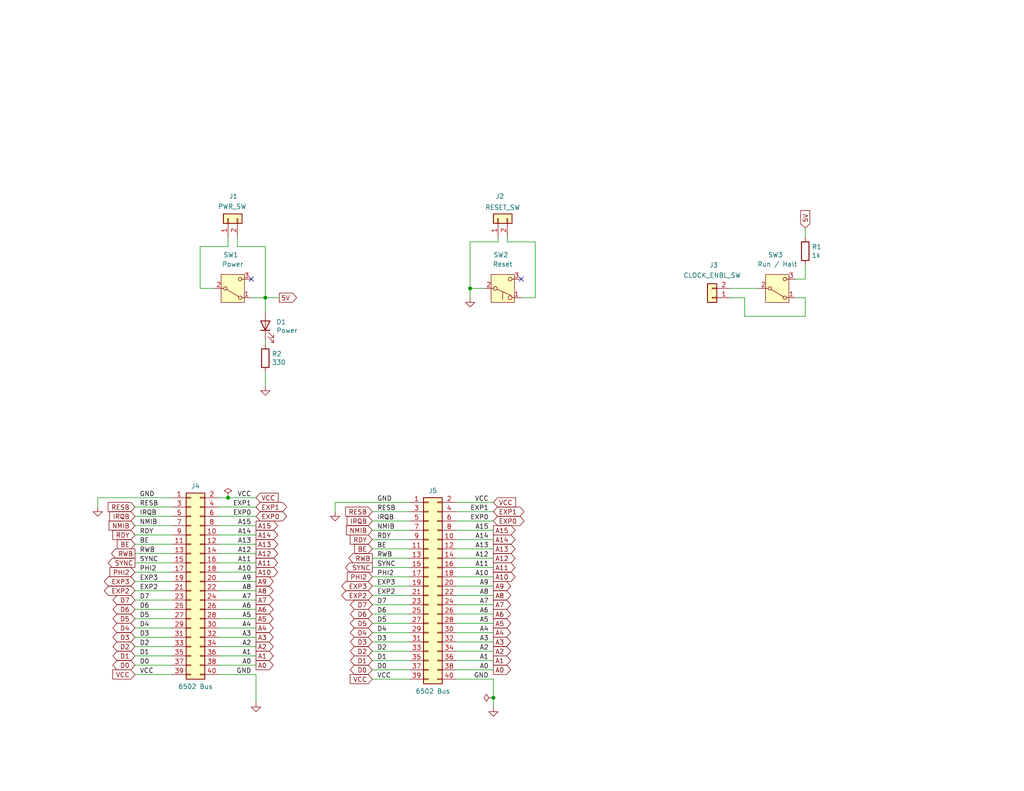
<source format=kicad_sch>
(kicad_sch (version 20231120) (generator "eeschema") (generator_version "8.0")
  (paper "USLetter")
  (title_block (title "6502 Front Panel") (date "2024-07-19") (rev "1.0") (company "A.C. Wright Design"))
  (lib_symbols
    (symbol "Connector_Generic:Conn_01x02" (pin_names (offset 1.016) hide)
      (property "Reference" "J" (at 0 2.54 0))
      (property "Value" "Conn_01x02" (at 0 -5.08 0))
      (symbol "Conn_01x02_1_1"
        (rectangle (start -1.27 -2.413) (end 0 -2.667) (stroke (width 0.1524)))
        (rectangle (start -1.27 0.127) (end 0 -0.127) (stroke (width 0.1524)))
        (rectangle (start -1.27 1.27) (end 1.27 -3.81) (stroke (width 0.254)) (fill (type background)))
        (pin passive line (at -5.08 0 0) (length 3.81) (name "Pin_1") (number "1"))
        (pin passive line (at -5.08 -2.54 0) (length 3.81) (name "Pin_2") (number "2"))
      )
    )
    (symbol "Connector_Generic:Conn_02x20_Odd_Even" (pin_names (offset 1.016) hide)
      (property "Reference" "J" (at 1.27 25.4 0))
      (property "Value" "Conn_02x20_Odd_Even" (at 1.27 -27.94 0))
      (symbol "Conn_02x20_Odd_Even_1_1"
        (rectangle (start -1.27 -25.273) (end 0 -25.527) (stroke (width 0.1524)))
        (rectangle (start -1.27 -22.733) (end 0 -22.987) (stroke (width 0.1524)))
        (rectangle (start -1.27 -20.193) (end 0 -20.447) (stroke (width 0.1524)))
        (rectangle (start -1.27 -17.653) (end 0 -17.907) (stroke (width 0.1524)))
        (rectangle (start -1.27 -15.113) (end 0 -15.367) (stroke (width 0.1524)))
        (rectangle (start -1.27 -12.573) (end 0 -12.827) (stroke (width 0.1524)))
        (rectangle (start -1.27 -10.033) (end 0 -10.287) (stroke (width 0.1524)))
        (rectangle (start -1.27 -7.493) (end 0 -7.747) (stroke (width 0.1524)))
        (rectangle (start -1.27 -4.953) (end 0 -5.207) (stroke (width 0.1524)))
        (rectangle (start -1.27 -2.413) (end 0 -2.667) (stroke (width 0.1524)))
        (rectangle (start -1.27 0.127) (end 0 -0.127) (stroke (width 0.1524)))
        (rectangle (start -1.27 2.667) (end 0 2.413) (stroke (width 0.1524)))
        (rectangle (start -1.27 5.207) (end 0 4.953) (stroke (width 0.1524)))
        (rectangle (start -1.27 7.747) (end 0 7.493) (stroke (width 0.1524)))
        (rectangle (start -1.27 10.287) (end 0 10.033) (stroke (width 0.1524)))
        (rectangle (start -1.27 12.827) (end 0 12.573) (stroke (width 0.1524)))
        (rectangle (start -1.27 15.367) (end 0 15.113) (stroke (width 0.1524)))
        (rectangle (start -1.27 17.907) (end 0 17.653) (stroke (width 0.1524)))
        (rectangle (start -1.27 20.447) (end 0 20.193) (stroke (width 0.1524)))
        (rectangle (start -1.27 22.987) (end 0 22.733) (stroke (width 0.1524)))
        (rectangle (start -1.27 24.13) (end 3.81 -26.67) (stroke (width 0.254)) (fill (type background)))
        (rectangle (start 3.81 -25.273) (end 2.54 -25.527) (stroke (width 0.1524)))
        (rectangle (start 3.81 -22.733) (end 2.54 -22.987) (stroke (width 0.1524)))
        (rectangle (start 3.81 -20.193) (end 2.54 -20.447) (stroke (width 0.1524)))
        (rectangle (start 3.81 -17.653) (end 2.54 -17.907) (stroke (width 0.1524)))
        (rectangle (start 3.81 -15.113) (end 2.54 -15.367) (stroke (width 0.1524)))
        (rectangle (start 3.81 -12.573) (end 2.54 -12.827) (stroke (width 0.1524)))
        (rectangle (start 3.81 -10.033) (end 2.54 -10.287) (stroke (width 0.1524)))
        (rectangle (start 3.81 -7.493) (end 2.54 -7.747) (stroke (width 0.1524)))
        (rectangle (start 3.81 -4.953) (end 2.54 -5.207) (stroke (width 0.1524)))
        (rectangle (start 3.81 -2.413) (end 2.54 -2.667) (stroke (width 0.1524)))
        (rectangle (start 3.81 0.127) (end 2.54 -0.127) (stroke (width 0.1524)))
        (rectangle (start 3.81 2.667) (end 2.54 2.413) (stroke (width 0.1524)))
        (rectangle (start 3.81 5.207) (end 2.54 4.953) (stroke (width 0.1524)))
        (rectangle (start 3.81 7.747) (end 2.54 7.493) (stroke (width 0.1524)))
        (rectangle (start 3.81 10.287) (end 2.54 10.033) (stroke (width 0.1524)))
        (rectangle (start 3.81 12.827) (end 2.54 12.573) (stroke (width 0.1524)))
        (rectangle (start 3.81 15.367) (end 2.54 15.113) (stroke (width 0.1524)))
        (rectangle (start 3.81 17.907) (end 2.54 17.653) (stroke (width 0.1524)))
        (rectangle (start 3.81 20.447) (end 2.54 20.193) (stroke (width 0.1524)))
        (rectangle (start 3.81 22.987) (end 2.54 22.733) (stroke (width 0.1524)))
        (pin passive line (at -5.08 22.86 0) (length 3.81) (name "Pin_1") (number "1"))
        (pin passive line (at 7.62 12.7 180) (length 3.81) (name "Pin_10") (number "10"))
        (pin passive line (at -5.08 10.16 0) (length 3.81) (name "Pin_11") (number "11"))
        (pin passive line (at 7.62 10.16 180) (length 3.81) (name "Pin_12") (number "12"))
        (pin passive line (at -5.08 7.62 0) (length 3.81) (name "Pin_13") (number "13"))
        (pin passive line (at 7.62 7.62 180) (length 3.81) (name "Pin_14") (number "14"))
        (pin passive line (at -5.08 5.08 0) (length 3.81) (name "Pin_15") (number "15"))
        (pin passive line (at 7.62 5.08 180) (length 3.81) (name "Pin_16") (number "16"))
        (pin passive line (at -5.08 2.54 0) (length 3.81) (name "Pin_17") (number "17"))
        (pin passive line (at 7.62 2.54 180) (length 3.81) (name "Pin_18") (number "18"))
        (pin passive line (at -5.08 0 0) (length 3.81) (name "Pin_19") (number "19"))
        (pin passive line (at 7.62 22.86 180) (length 3.81) (name "Pin_2") (number "2"))
        (pin passive line (at 7.62 0 180) (length 3.81) (name "Pin_20") (number "20"))
        (pin passive line (at -5.08 -2.54 0) (length 3.81) (name "Pin_21") (number "21"))
        (pin passive line (at 7.62 -2.54 180) (length 3.81) (name "Pin_22") (number "22"))
        (pin passive line (at -5.08 -5.08 0) (length 3.81) (name "Pin_23") (number "23"))
        (pin passive line (at 7.62 -5.08 180) (length 3.81) (name "Pin_24") (number "24"))
        (pin passive line (at -5.08 -7.62 0) (length 3.81) (name "Pin_25") (number "25"))
        (pin passive line (at 7.62 -7.62 180) (length 3.81) (name "Pin_26") (number "26"))
        (pin passive line (at -5.08 -10.16 0) (length 3.81) (name "Pin_27") (number "27"))
        (pin passive line (at 7.62 -10.16 180) (length 3.81) (name "Pin_28") (number "28"))
        (pin passive line (at -5.08 -12.7 0) (length 3.81) (name "Pin_29") (number "29"))
        (pin passive line (at -5.08 20.32 0) (length 3.81) (name "Pin_3") (number "3"))
        (pin passive line (at 7.62 -12.7 180) (length 3.81) (name "Pin_30") (number "30"))
        (pin passive line (at -5.08 -15.24 0) (length 3.81) (name "Pin_31") (number "31"))
        (pin passive line (at 7.62 -15.24 180) (length 3.81) (name "Pin_32") (number "32"))
        (pin passive line (at -5.08 -17.78 0) (length 3.81) (name "Pin_33") (number "33"))
        (pin passive line (at 7.62 -17.78 180) (length 3.81) (name "Pin_34") (number "34"))
        (pin passive line (at -5.08 -20.32 0) (length 3.81) (name "Pin_35") (number "35"))
        (pin passive line (at 7.62 -20.32 180) (length 3.81) (name "Pin_36") (number "36"))
        (pin passive line (at -5.08 -22.86 0) (length 3.81) (name "Pin_37") (number "37"))
        (pin passive line (at 7.62 -22.86 180) (length 3.81) (name "Pin_38") (number "38"))
        (pin passive line (at -5.08 -25.4 0) (length 3.81) (name "Pin_39") (number "39"))
        (pin passive line (at 7.62 20.32 180) (length 3.81) (name "Pin_4") (number "4"))
        (pin passive line (at 7.62 -25.4 180) (length 3.81) (name "Pin_40") (number "40"))
        (pin passive line (at -5.08 17.78 0) (length 3.81) (name "Pin_5") (number "5"))
        (pin passive line (at 7.62 17.78 180) (length 3.81) (name "Pin_6") (number "6"))
        (pin passive line (at -5.08 15.24 0) (length 3.81) (name "Pin_7") (number "7"))
        (pin passive line (at 7.62 15.24 180) (length 3.81) (name "Pin_8") (number "8"))
        (pin passive line (at -5.08 12.7 0) (length 3.81) (name "Pin_9") (number "9"))
      )
    )
    (symbol "Device:LED" (pin_numbers hide) (pin_names (offset 1.016) hide)
      (property "Reference" "D" (at 0 2.54 0))
      (property "Value" "LED" (at 0 -2.54 0))
      (symbol "LED_0_1"
        (polyline (pts (xy -1.27 -1.27) (xy -1.27 1.27)) (stroke (width 0.254)))
        (polyline (pts (xy -1.27 0) (xy 1.27 0)))
        (polyline (pts (xy 1.27 -1.27) (xy 1.27 1.27) (xy -1.27 0) (xy 1.27 -1.27)) (stroke (width 0.254)))
        (polyline (pts (xy -3.048 -0.762) (xy -4.572 -2.286) (xy -3.81 -2.286) (xy -4.572 -2.286) (xy -4.572 -1.524)))
        (polyline (pts (xy -1.778 -0.762) (xy -3.302 -2.286) (xy -2.54 -2.286) (xy -3.302 -2.286) (xy -3.302 -1.524)))
      )
      (symbol "LED_1_1"
        (pin passive line (at -3.81 0 0) (length 2.54) (name "K") (number "1"))
        (pin passive line (at 3.81 0 180) (length 2.54) (name "A") (number "2"))
      )
    )
    (symbol "Device:R" (pin_numbers hide) (pin_names (offset 0))
      (property "Reference" "R" (at 2.032 0 90))
      (property "Value" "R" (at 0 0 90))
      (symbol "R_0_1"
        (rectangle (start -1.016 -2.54) (end 1.016 2.54) (stroke (width 0.254)))
      )
      (symbol "R_1_1"
        (pin passive line (at 0 3.81 270) (length 1.27) (name "~") (number "1"))
        (pin passive line (at 0 -3.81 90) (length 1.27) (name "~") (number "2"))
      )
    )
    (symbol "Switch:SW_Push_SPDT" (pin_names (offset 0) hide)
      (property "Reference" "SW" (at 0 5.08 0))
      (property "Value" "SW_Push_SPDT" (at 0 -5.08 0))
      (symbol "SW_Push_SPDT_0_0"
        (circle (center -2.032 0) (radius 0.508))
        (polyline (pts (xy 0 1.016) (xy 0 3.048)))
        (circle (center 2.032 -2.54) (radius 0.508))
      )
      (symbol "SW_Push_SPDT_0_1"
        (polyline (pts (xy -1.524 0.2032) (xy 2.3368 1.9812)))
        (circle (center 2.032 2.54) (radius 0.508))
      )
      (symbol "SW_Push_SPDT_1_1"
        (rectangle (start -3.175 3.81) (end 3.175 -3.81) (fill (type background)))
        (pin passive line (at 5.08 2.54 180) (length 2.54) (name "A") (number "1"))
        (pin passive line (at -5.08 0 0) (length 2.54) (name "B") (number "2"))
        (pin passive line (at 5.08 -2.54 180) (length 2.54) (name "C") (number "3"))
      )
    )
    (symbol "Switch:SW_SPDT" (pin_names (offset 0) hide)
      (property "Reference" "SW" (at 0 5.08 0))
      (property "Value" "SW_SPDT" (at 0 -5.08 0))
      (symbol "SW_SPDT_0_1"
        (circle (center -2.032 0) (radius 0.4572))
        (polyline (pts (xy -1.651 0.254) (xy 1.651 2.286)))
        (circle (center 2.032 -2.54) (radius 0.4572))
        (circle (center 2.032 2.54) (radius 0.4572))
      )
      (symbol "SW_SPDT_1_1"
        (rectangle (start -3.175 3.81) (end 3.175 -3.81) (fill (type background)))
        (pin passive line (at 5.08 2.54 180) (length 2.54) (name "A") (number "1"))
        (pin passive line (at -5.08 0 0) (length 2.54) (name "B") (number "2"))
        (pin passive line (at 5.08 -2.54 180) (length 2.54) (name "C") (number "3"))
      )
    )
    (symbol "power:GND" (power) (pin_numbers hide) (pin_names (offset 0) hide)
      (property "Value" "GND" (at 0 -3.81 0))
      (symbol "GND_0_1"
        (polyline (pts (xy 0 0) (xy 0 -1.27) (xy 1.27 -1.27) (xy 0 -2.54) (xy -1.27 -1.27) (xy 0 -1.27)))
      )
      (symbol "GND_1_1"
        (pin power_in line (at 0 0 270) (length 0) (name "~") (number "1"))
      )
    )
    (symbol "power:PWR_FLAG" (power) (pin_numbers hide) (pin_names (offset 0) hide)
      (property "Value" "PWR_FLAG" (at 0 3.81 0))
      (symbol "PWR_FLAG_0_0"
        (pin power_out line (at 0 0 90) (length 0) (name "~") (number "1"))
      )
      (symbol "PWR_FLAG_0_1"
        (polyline (pts (xy 0 0) (xy 0 1.27) (xy -1.016 1.905) (xy 0 2.54) (xy 1.016 1.905) (xy 0 1.27)))
      )
    )
  )
  (junction (at 128.27 78.74))
  (junction (at 62.23 135.89))
  (junction (at 134.62 190.5))
  (junction (at 72.39 81.28))
  (no_connect (at 142.24 76.2))
  (no_connect (at 68.58 76.2))
  (wire (pts (xy 59.69 143.51) (xy 69.85 143.51)))
  (wire (pts (xy 203.2 81.28) (xy 203.2 86.36)))
  (wire (pts (xy 134.62 177.8) (xy 124.46 177.8)))
  (wire (pts (xy 46.99 153.67) (xy 36.83 153.67)))
  (wire (pts (xy 111.76 165.1) (xy 101.6 165.1)))
  (wire (pts (xy 69.85 161.29) (xy 59.69 161.29)))
  (wire (pts (xy 62.23 67.31) (xy 54.61 67.31)))
  (wire (pts (xy 124.46 137.16) (xy 134.62 137.16)))
  (wire (pts (xy 135.89 66.04) (xy 128.27 66.04)))
  (wire (pts (xy 124.46 170.18) (xy 134.62 170.18)))
  (wire (pts (xy 69.85 151.13) (xy 59.69 151.13)))
  (wire (pts (xy 91.44 139.7) (xy 91.44 137.16)))
  (wire (pts (xy 59.69 158.75) (xy 69.85 158.75)))
  (wire (pts (xy 46.99 168.91) (xy 36.83 168.91)))
  (wire (pts (xy 46.99 148.59) (xy 36.83 148.59)))
  (wire (pts (xy 46.99 158.75) (xy 36.83 158.75)))
  (wire (pts (xy 111.76 175.26) (xy 101.6 175.26)))
  (wire (pts (xy 101.6 152.4) (xy 111.76 152.4)))
  (wire (pts (xy 59.69 184.15) (xy 69.85 184.15)))
  (wire (pts (xy 36.83 181.61) (xy 46.99 181.61)))
  (wire (pts (xy 72.39 81.28) (xy 72.39 85.09)))
  (wire (pts (xy 101.6 162.56) (xy 111.76 162.56)))
  (wire (pts (xy 26.67 135.89) (xy 46.99 135.89)))
  (wire (pts (xy 101.6 139.7) (xy 111.76 139.7)))
  (wire (pts (xy 134.62 152.4) (xy 124.46 152.4)))
  (wire (pts (xy 36.83 156.21) (xy 46.99 156.21)))
  (wire (pts (xy 111.76 154.94) (xy 101.6 154.94)))
  (wire (pts (xy 101.6 185.42) (xy 111.76 185.42)))
  (wire (pts (xy 26.67 138.43) (xy 26.67 135.89)))
  (wire (pts (xy 54.61 67.31) (xy 54.61 78.74)))
  (wire (pts (xy 219.71 86.36) (xy 219.71 81.28)))
  (wire (pts (xy 111.76 160.02) (xy 101.6 160.02)))
  (wire (pts (xy 101.6 144.78) (xy 111.76 144.78)))
  (wire (pts (xy 59.69 168.91) (xy 69.85 168.91)))
  (wire (pts (xy 36.83 140.97) (xy 46.99 140.97)))
  (wire (pts (xy 59.69 138.43) (xy 69.85 138.43)))
  (wire (pts (xy 199.39 78.74) (xy 207.01 78.74)))
  (wire (pts (xy 128.27 78.74) (xy 128.27 81.28)))
  (wire (pts (xy 199.39 81.28) (xy 203.2 81.28)))
  (wire (pts (xy 135.89 64.77) (xy 135.89 66.04)))
  (wire (pts (xy 146.05 66.04) (xy 146.05 81.28)))
  (wire (pts (xy 134.62 162.56) (xy 124.46 162.56)))
  (wire (pts (xy 134.62 147.32) (xy 124.46 147.32)))
  (wire (pts (xy 62.23 64.77) (xy 62.23 67.31)))
  (wire (pts (xy 64.77 67.31) (xy 72.39 67.31)))
  (wire (pts (xy 72.39 92.71) (xy 72.39 93.98)))
  (wire (pts (xy 46.99 163.83) (xy 36.83 163.83)))
  (wire (pts (xy 124.46 149.86) (xy 134.62 149.86)))
  (wire (pts (xy 142.24 81.28) (xy 146.05 81.28)))
  (wire (pts (xy 59.69 173.99) (xy 69.85 173.99)))
  (wire (pts (xy 72.39 81.28) (xy 76.2 81.28)))
  (wire (pts (xy 134.62 167.64) (xy 124.46 167.64)))
  (wire (pts (xy 36.83 143.51) (xy 46.99 143.51)))
  (wire (pts (xy 124.46 139.7) (xy 134.62 139.7)))
  (wire (pts (xy 36.83 176.53) (xy 46.99 176.53)))
  (wire (pts (xy 72.39 101.6) (xy 72.39 105.41)))
  (wire (pts (xy 134.62 190.5) (xy 134.62 193.04)))
  (wire (pts (xy 69.85 181.61) (xy 59.69 181.61)))
  (wire (pts (xy 69.85 176.53) (xy 59.69 176.53)))
  (wire (pts (xy 36.83 138.43) (xy 46.99 138.43)))
  (wire (pts (xy 36.83 146.05) (xy 46.99 146.05)))
  (wire (pts (xy 124.46 175.26) (xy 134.62 175.26)))
  (wire (pts (xy 219.71 76.2) (xy 217.17 76.2)))
  (wire (pts (xy 138.43 66.04) (xy 146.05 66.04)))
  (wire (pts (xy 36.83 171.45) (xy 46.99 171.45)))
  (wire (pts (xy 46.99 173.99) (xy 36.83 173.99)))
  (wire (pts (xy 124.46 165.1) (xy 134.62 165.1)))
  (wire (pts (xy 124.46 144.78) (xy 134.62 144.78)))
  (wire (pts (xy 36.83 184.15) (xy 46.99 184.15)))
  (wire (pts (xy 64.77 64.77) (xy 64.77 67.31)))
  (wire (pts (xy 59.69 135.89) (xy 62.23 135.89)))
  (wire (pts (xy 69.85 156.21) (xy 59.69 156.21)))
  (wire (pts (xy 124.46 180.34) (xy 134.62 180.34)))
  (wire (pts (xy 101.6 142.24) (xy 111.76 142.24)))
  (wire (pts (xy 46.99 179.07) (xy 36.83 179.07)))
  (wire (pts (xy 69.85 146.05) (xy 59.69 146.05)))
  (wire (pts (xy 134.62 172.72) (xy 124.46 172.72)))
  (wire (pts (xy 111.76 149.86) (xy 101.6 149.86)))
  (wire (pts (xy 36.83 151.13) (xy 46.99 151.13)))
  (wire (pts (xy 219.71 62.23) (xy 219.71 64.77)))
  (wire (pts (xy 62.23 135.89) (xy 69.85 135.89)))
  (wire (pts (xy 101.6 147.32) (xy 111.76 147.32)))
  (wire (pts (xy 59.69 179.07) (xy 69.85 179.07)))
  (wire (pts (xy 68.58 81.28) (xy 72.39 81.28)))
  (wire (pts (xy 101.6 172.72) (xy 111.76 172.72)))
  (wire (pts (xy 134.62 142.24) (xy 124.46 142.24)))
  (wire (pts (xy 69.85 166.37) (xy 59.69 166.37)))
  (wire (pts (xy 219.71 72.39) (xy 219.71 76.2)))
  (wire (pts (xy 128.27 66.04) (xy 128.27 78.74)))
  (wire (pts (xy 91.44 137.16) (xy 111.76 137.16)))
  (wire (pts (xy 72.39 67.31) (xy 72.39 81.28)))
  (wire (pts (xy 124.46 185.42) (xy 134.62 185.42)))
  (wire (pts (xy 101.6 157.48) (xy 111.76 157.48)))
  (wire (pts (xy 203.2 86.36) (xy 219.71 86.36)))
  (wire (pts (xy 69.85 184.15) (xy 69.85 191.77)))
  (wire (pts (xy 134.62 182.88) (xy 124.46 182.88)))
  (wire (pts (xy 59.69 163.83) (xy 69.85 163.83)))
  (wire (pts (xy 69.85 140.97) (xy 59.69 140.97)))
  (wire (pts (xy 219.71 81.28) (xy 217.17 81.28)))
  (wire (pts (xy 134.62 157.48) (xy 124.46 157.48)))
  (wire (pts (xy 111.76 170.18) (xy 101.6 170.18)))
  (wire (pts (xy 128.27 78.74) (xy 132.08 78.74)))
  (wire (pts (xy 124.46 154.94) (xy 134.62 154.94)))
  (wire (pts (xy 59.69 153.67) (xy 69.85 153.67)))
  (wire (pts (xy 124.46 160.02) (xy 134.62 160.02)))
  (wire (pts (xy 54.61 78.74) (xy 58.42 78.74)))
  (wire (pts (xy 134.62 185.42) (xy 134.62 190.5)))
  (wire (pts (xy 101.6 167.64) (xy 111.76 167.64)))
  (wire (pts (xy 69.85 171.45) (xy 59.69 171.45)))
  (wire (pts (xy 36.83 161.29) (xy 46.99 161.29)))
  (wire (pts (xy 111.76 180.34) (xy 101.6 180.34)))
  (wire (pts (xy 59.69 148.59) (xy 69.85 148.59)))
  (wire (pts (xy 101.6 182.88) (xy 111.76 182.88)))
  (wire (pts (xy 36.83 166.37) (xy 46.99 166.37)))
  (wire (pts (xy 101.6 177.8) (xy 111.76 177.8)))
  (wire (pts (xy 138.43 64.77) (xy 138.43 66.04)))
  (label "SYNC" (at 102.87 154.94 0))
  (label "BE" (at 38.1 148.59 0))
  (label "A15" (at 68.58 143.51 180))
  (label "EXP1" (at 68.58 138.43 180))
  (label "A4" (at 68.58 171.45 180))
  (label "D1" (at 102.87 180.34 0))
  (label "D5" (at 102.87 170.18 0))
  (label "NMIB" (at 102.87 144.78 0))
  (label "EXP2" (at 102.87 162.56 0))
  (label "D4" (at 38.1 171.45 0))
  (label "RESB" (at 38.1 138.43 0))
  (label "A15" (at 133.35 144.78 180))
  (label "A0" (at 68.58 181.61 180))
  (label "EXP3" (at 38.1 158.75 0))
  (label "A11" (at 133.35 154.94 180))
  (label "A1" (at 133.35 180.34 180))
  (label "VCC" (at 102.87 185.42 0))
  (label "PHI2" (at 38.1 156.21 0))
  (label "EXP2" (at 38.1 161.29 0))
  (label "RDY" (at 38.1 146.05 0))
  (label "D4" (at 102.87 172.72 0))
  (label "RDY" (at 102.87 147.32 0))
  (label "A9" (at 68.58 158.75 180))
  (label "A14" (at 68.58 146.05 180))
  (label "IRQB" (at 38.1 140.97 0))
  (label "D7" (at 38.1 163.83 0))
  (label "D7" (at 102.87 165.1 0))
  (label "A1" (at 68.58 179.07 180))
  (label "D0" (at 102.87 182.88 0))
  (label "A3" (at 68.58 173.99 180))
  (label "VCC" (at 38.1 184.15 0))
  (label "A7" (at 133.35 165.1 180))
  (label "RESB" (at 102.87 139.7 0))
  (label "A6" (at 68.58 166.37 180))
  (label "EXP3" (at 102.87 160.02 0))
  (label "D1" (at 38.1 179.07 0))
  (label "A9" (at 133.35 160.02 180))
  (label "D6" (at 102.87 167.64 0))
  (label "A12" (at 133.35 152.4 180))
  (label "BE" (at 102.87 149.86 0))
  (label "IRQB" (at 102.87 142.24 0))
  (label "A5" (at 133.35 170.18 180))
  (label "SYNC" (at 38.1 153.67 0))
  (label "A8" (at 133.35 162.56 180))
  (label "D0" (at 38.1 181.61 0))
  (label "A12" (at 68.58 151.13 180))
  (label "A2" (at 68.58 176.53 180))
  (label "GND" (at 102.87 137.16 0))
  (label "A13" (at 68.58 148.59 180))
  (label "A0" (at 133.35 182.88 180))
  (label "PHI2" (at 102.87 157.48 0))
  (label "A6" (at 133.35 167.64 180))
  (label "A11" (at 68.58 153.67 180))
  (label "D3" (at 38.1 173.99 0))
  (label "VCC" (at 133.35 137.16 180))
  (label "NMIB" (at 38.1 143.51 0))
  (label "A10" (at 68.58 156.21 180))
  (label "A7" (at 68.58 163.83 180))
  (label "D2" (at 102.87 177.8 0))
  (label "RWB" (at 102.87 152.4 0))
  (label "A3" (at 133.35 175.26 180))
  (label "VCC" (at 68.58 135.89 180))
  (label "GND" (at 38.1 135.89 0))
  (label "GND" (at 68.58 184.15 180))
  (label "A5" (at 68.58 168.91 180))
  (label "A10" (at 133.35 157.48 180))
  (label "RWB" (at 38.1 151.13 0))
  (label "EXP0" (at 68.58 140.97 180))
  (label "D2" (at 38.1 176.53 0))
  (label "A4" (at 133.35 172.72 180))
  (label "A14" (at 133.35 147.32 180))
  (label "D3" (at 102.87 175.26 0))
  (label "GND" (at 133.35 185.42 180))
  (label "A13" (at 133.35 149.86 180))
  (label "A2" (at 133.35 177.8 180))
  (label "EXP1" (at 133.35 139.7 180))
  (label "D6" (at 38.1 166.37 0))
  (label "A8" (at 68.58 161.29 180))
  (label "D5" (at 38.1 168.91 0))
  (label "EXP0" (at 133.35 142.24 180))
  (global_label "A10" (shape output) (at 69.85 156.21 0) (property "Intersheetrefs" "${INTERSHEET_REFS}" (effects (hide yes))))
  (global_label "A11" (shape output) (at 69.85 153.67 0) (property "Intersheetrefs" "${INTERSHEET_REFS}" (effects (hide yes))))
  (global_label "A12" (shape output) (at 69.85 151.13 0) (property "Intersheetrefs" "${INTERSHEET_REFS}" (effects (hide yes))))
  (global_label "A13" (shape output) (at 69.85 148.59 0) (property "Intersheetrefs" "${INTERSHEET_REFS}" (effects (hide yes))))
  (global_label "A1" (shape output) (at 134.62 180.34 0) (property "Intersheetrefs" "${INTERSHEET_REFS}" (effects (hide yes))))
  (global_label "D5" (shape bidirectional) (at 36.83 168.91 180) (property "Intersheetrefs" "${INTERSHEET_REFS}" (effects (hide yes))))
  (global_label "A6" (shape output) (at 69.85 166.37 0) (property "Intersheetrefs" "${INTERSHEET_REFS}" (effects (hide yes))))
  (global_label "A5" (shape output) (at 134.62 170.18 0) (property "Intersheetrefs" "${INTERSHEET_REFS}" (effects (hide yes))))
  (global_label "5V" (shape input) (at 219.71 62.23 90) (property "Intersheetrefs" "${INTERSHEET_REFS}" (effects (hide yes))))
  (global_label "PHI2" (shape input) (at 36.83 156.21 180) (property "Intersheetrefs" "${INTERSHEET_REFS}" (effects (hide yes))))
  (global_label "EXP2" (shape bidirectional) (at 101.6 162.56 180) (property "Intersheetrefs" "${INTERSHEET_REFS}" (effects (hide yes))))
  (global_label "RESB" (shape input) (at 36.83 138.43 180) (property "Intersheetrefs" "${INTERSHEET_REFS}" (effects (hide yes))))
  (global_label "A12" (shape output) (at 134.62 152.4 0) (property "Intersheetrefs" "${INTERSHEET_REFS}" (effects (hide yes))))
  (global_label "EXP0" (shape bidirectional) (at 69.85 140.97 0) (property "Intersheetrefs" "${INTERSHEET_REFS}" (effects (hide yes))))
  (global_label "D3" (shape bidirectional) (at 36.83 173.99 180) (property "Intersheetrefs" "${INTERSHEET_REFS}" (effects (hide yes))))
  (global_label "D1" (shape bidirectional) (at 101.6 180.34 180) (property "Intersheetrefs" "${INTERSHEET_REFS}" (effects (hide yes))))
  (global_label "EXP1" (shape bidirectional) (at 134.62 139.7 0) (property "Intersheetrefs" "${INTERSHEET_REFS}" (effects (hide yes))))
  (global_label "RESB" (shape input) (at 101.6 139.7 180) (property "Intersheetrefs" "${INTERSHEET_REFS}" (effects (hide yes))))
  (global_label "D7" (shape bidirectional) (at 101.6 165.1 180) (property "Intersheetrefs" "${INTERSHEET_REFS}" (effects (hide yes))))
  (global_label "D6" (shape bidirectional) (at 101.6 167.64 180) (property "Intersheetrefs" "${INTERSHEET_REFS}" (effects (hide yes))))
  (global_label "A0" (shape output) (at 134.62 182.88 0) (property "Intersheetrefs" "${INTERSHEET_REFS}" (effects (hide yes))))
  (global_label "EXP0" (shape bidirectional) (at 134.62 142.24 0) (property "Intersheetrefs" "${INTERSHEET_REFS}" (effects (hide yes))))
  (global_label "A1" (shape output) (at 69.85 179.07 0) (property "Intersheetrefs" "${INTERSHEET_REFS}" (effects (hide yes))))
  (global_label "BE" (shape input) (at 101.6 149.86 180) (property "Intersheetrefs" "${INTERSHEET_REFS}" (effects (hide yes))))
  (global_label "D4" (shape bidirectional) (at 36.83 171.45 180) (property "Intersheetrefs" "${INTERSHEET_REFS}" (effects (hide yes))))
  (global_label "PHI2" (shape input) (at 101.6 157.48 180) (property "Intersheetrefs" "${INTERSHEET_REFS}" (effects (hide yes))))
  (global_label "VCC" (shape input) (at 69.85 135.89 0) (property "Intersheetrefs" "${INTERSHEET_REFS}" (effects (hide yes))))
  (global_label "IRQB" (shape input) (at 101.6 142.24 180) (property "Intersheetrefs" "${INTERSHEET_REFS}" (effects (hide yes))))
  (global_label "NMIB" (shape input) (at 36.83 143.51 180) (property "Intersheetrefs" "${INTERSHEET_REFS}" (effects (hide yes))))
  (global_label "RWB" (shape output) (at 36.83 151.13 180) (property "Intersheetrefs" "${INTERSHEET_REFS}" (effects (hide yes))))
  (global_label "D1" (shape bidirectional) (at 36.83 179.07 180) (property "Intersheetrefs" "${INTERSHEET_REFS}" (effects (hide yes))))
  (global_label "A9" (shape output) (at 134.62 160.02 0) (property "Intersheetrefs" "${INTERSHEET_REFS}" (effects (hide yes))))
  (global_label "A2" (shape output) (at 134.62 177.8 0) (property "Intersheetrefs" "${INTERSHEET_REFS}" (effects (hide yes))))
  (global_label "A13" (shape output) (at 134.62 149.86 0) (property "Intersheetrefs" "${INTERSHEET_REFS}" (effects (hide yes))))
  (global_label "A3" (shape output) (at 134.62 175.26 0) (property "Intersheetrefs" "${INTERSHEET_REFS}" (effects (hide yes))))
  (global_label "D4" (shape bidirectional) (at 101.6 172.72 180) (property "Intersheetrefs" "${INTERSHEET_REFS}" (effects (hide yes))))
  (global_label "A14" (shape output) (at 69.85 146.05 0) (property "Intersheetrefs" "${INTERSHEET_REFS}" (effects (hide yes))))
  (global_label "BE" (shape input) (at 36.83 148.59 180) (property "Intersheetrefs" "${INTERSHEET_REFS}" (effects (hide yes))))
  (global_label "D2" (shape bidirectional) (at 101.6 177.8 180) (property "Intersheetrefs" "${INTERSHEET_REFS}" (effects (hide yes))))
  (global_label "A8" (shape output) (at 134.62 162.56 0) (property "Intersheetrefs" "${INTERSHEET_REFS}" (effects (hide yes))))
  (global_label "A15" (shape output) (at 69.85 143.51 0) (property "Intersheetrefs" "${INTERSHEET_REFS}" (effects (hide yes))))
  (global_label "D5" (shape bidirectional) (at 101.6 170.18 180) (property "Intersheetrefs" "${INTERSHEET_REFS}" (effects (hide yes))))
  (global_label "A15" (shape output) (at 134.62 144.78 0) (property "Intersheetrefs" "${INTERSHEET_REFS}" (effects (hide yes))))
  (global_label "A7" (shape output) (at 69.85 163.83 0) (property "Intersheetrefs" "${INTERSHEET_REFS}" (effects (hide yes))))
  (global_label "RDY" (shape input) (at 36.83 146.05 180) (property "Intersheetrefs" "${INTERSHEET_REFS}" (effects (hide yes))))
  (global_label "EXP3" (shape bidirectional) (at 101.6 160.02 180) (property "Intersheetrefs" "${INTERSHEET_REFS}" (effects (hide yes))))
  (global_label "D6" (shape bidirectional) (at 36.83 166.37 180) (property "Intersheetrefs" "${INTERSHEET_REFS}" (effects (hide yes))))
  (global_label "5V" (shape output) (at 76.2 81.28 0) (property "Intersheetrefs" "${INTERSHEET_REFS}" (effects (hide yes))))
  (global_label "NMIB" (shape input) (at 101.6 144.78 180) (property "Intersheetrefs" "${INTERSHEET_REFS}" (effects (hide yes))))
  (global_label "A0" (shape output) (at 69.85 181.61 0) (property "Intersheetrefs" "${INTERSHEET_REFS}" (effects (hide yes))))
  (global_label "D3" (shape bidirectional) (at 101.6 175.26 180) (property "Intersheetrefs" "${INTERSHEET_REFS}" (effects (hide yes))))
  (global_label "A10" (shape output) (at 134.62 157.48 0) (property "Intersheetrefs" "${INTERSHEET_REFS}" (effects (hide yes))))
  (global_label "A4" (shape output) (at 134.62 172.72 0) (property "Intersheetrefs" "${INTERSHEET_REFS}" (effects (hide yes))))
  (global_label "EXP2" (shape bidirectional) (at 36.83 161.29 180) (property "Intersheetrefs" "${INTERSHEET_REFS}" (effects (hide yes))))
  (global_label "SYNC" (shape output) (at 36.83 153.67 180) (property "Intersheetrefs" "${INTERSHEET_REFS}" (effects (hide yes))))
  (global_label "D2" (shape bidirectional) (at 36.83 176.53 180) (property "Intersheetrefs" "${INTERSHEET_REFS}" (effects (hide yes))))
  (global_label "D7" (shape bidirectional) (at 36.83 163.83 180) (property "Intersheetrefs" "${INTERSHEET_REFS}" (effects (hide yes))))
  (global_label "A3" (shape output) (at 69.85 173.99 0) (property "Intersheetrefs" "${INTERSHEET_REFS}" (effects (hide yes))))
  (global_label "RDY" (shape input) (at 101.6 147.32 180) (property "Intersheetrefs" "${INTERSHEET_REFS}" (effects (hide yes))))
  (global_label "A9" (shape output) (at 69.85 158.75 0) (property "Intersheetrefs" "${INTERSHEET_REFS}" (effects (hide yes))))
  (global_label "SYNC" (shape output) (at 101.6 154.94 180) (property "Intersheetrefs" "${INTERSHEET_REFS}" (effects (hide yes))))
  (global_label "A5" (shape output) (at 69.85 168.91 0) (property "Intersheetrefs" "${INTERSHEET_REFS}" (effects (hide yes))))
  (global_label "A11" (shape output) (at 134.62 154.94 0) (property "Intersheetrefs" "${INTERSHEET_REFS}" (effects (hide yes))))
  (global_label "A2" (shape output) (at 69.85 176.53 0) (property "Intersheetrefs" "${INTERSHEET_REFS}" (effects (hide yes))))
  (global_label "A6" (shape output) (at 134.62 167.64 0) (property "Intersheetrefs" "${INTERSHEET_REFS}" (effects (hide yes))))
  (global_label "VCC" (shape input) (at 101.6 185.42 180) (property "Intersheetrefs" "${INTERSHEET_REFS}" (effects (hide yes))))
  (global_label "A14" (shape output) (at 134.62 147.32 0) (property "Intersheetrefs" "${INTERSHEET_REFS}" (effects (hide yes))))
  (global_label "IRQB" (shape input) (at 36.83 140.97 180) (property "Intersheetrefs" "${INTERSHEET_REFS}" (effects (hide yes))))
  (global_label "A4" (shape output) (at 69.85 171.45 0) (property "Intersheetrefs" "${INTERSHEET_REFS}" (effects (hide yes))))
  (global_label "VCC" (shape input) (at 134.62 137.16 0) (property "Intersheetrefs" "${INTERSHEET_REFS}" (effects (hide yes))))
  (global_label "EXP3" (shape bidirectional) (at 36.83 158.75 180) (property "Intersheetrefs" "${INTERSHEET_REFS}" (effects (hide yes))))
  (global_label "RWB" (shape output) (at 101.6 152.4 180) (property "Intersheetrefs" "${INTERSHEET_REFS}" (effects (hide yes))))
  (global_label "VCC" (shape input) (at 36.83 184.15 180) (property "Intersheetrefs" "${INTERSHEET_REFS}" (effects (hide yes))))
  (global_label "D0" (shape bidirectional) (at 36.83 181.61 180) (property "Intersheetrefs" "${INTERSHEET_REFS}" (effects (hide yes))))
  (global_label "D0" (shape bidirectional) (at 101.6 182.88 180) (property "Intersheetrefs" "${INTERSHEET_REFS}" (effects (hide yes))))
  (global_label "A8" (shape output) (at 69.85 161.29 0) (property "Intersheetrefs" "${INTERSHEET_REFS}" (effects (hide yes))))
  (global_label "EXP1" (shape bidirectional) (at 69.85 138.43 0) (property "Intersheetrefs" "${INTERSHEET_REFS}" (effects (hide yes))))
  (global_label "A7" (shape output) (at 134.62 165.1 0) (property "Intersheetrefs" "${INTERSHEET_REFS}" (effects (hide yes))))
  (symbol (lib_id "power:GND") (at 128.27 81.28 0) (unit 1)
    (property "Reference" "#PWR01" (effects (hide yes)))
    (property "Value" "GND" (effects (hide yes)))
    (property "Description" "Power symbol creates a global label with name \"GND\" , ground" (effects (hide yes)))
  )
  (symbol (lib_id "Device:R") (at 219.71 68.58 180) (unit 1)
    (property "Reference" "R1" (at 221.488 67.4116 0) (effects (justify right)))
    (property "Value" "1k" (at 221.488 69.723 0) (effects (justify right)))
    (property "Footprint" "Resistor_THT:R_Axial_DIN0207_L6.3mm_D2.5mm_P10.16mm_Horizontal" (effects (hide yes)))
    (property "Description" "Resistor" (effects (hide yes)))
    (property "LCSC" "C17630" (effects (hide yes)))
  )
  (symbol (lib_id "Connector_Generic:Conn_01x02") (at 135.89 59.69 90) (unit 1) (in_bom no)
    (property "Reference" "J2" (at 136.398 53.594 90))
    (property "Value" "RESET_SW" (at 137.16 56.642 90))
    (property "Footprint" "Connector_JST:JST_XH_B2B-XH-A_1x02_P2.50mm_Vertical" (effects (hide yes)))
    (property "Description" "Generic connector, single row, 01x02, script generated (kicad-library-utils/schlib/autogen/connector/)" (effects (hide yes)))
    (property "Digikey" "455-2247-ND" (effects (hide yes)))
  )
  (symbol (lib_id "Switch:SW_SPDT") (at 63.5 78.74 0) (mirror x) (unit 1)
    (property "Reference" "SW1" (at 62.992 69.596 0))
    (property "Value" "Power" (at 63.5 72.136 0))
    (property "Footprint" "6502 Parts:300SP1J1BLKM2QE" (effects (hide yes)))
    (property "Description" "Switch, single pole double throw" (effects (hide yes)))
    (property "MPN" "300SP1J1BLKM2QE" (effects (hide yes)))
    (property "Mouser" "612-300SP1J1BLKM2QE" (effects (hide yes)))
  )
  (symbol (lib_id "Device:R") (at 72.39 97.79 180) (unit 1)
    (property "Reference" "R2" (at 74.168 96.6216 0) (effects (justify right)))
    (property "Value" "330" (at 74.168 98.933 0) (effects (justify right)))
    (property "Footprint" "Resistor_THT:R_Axial_DIN0207_L6.3mm_D2.5mm_P10.16mm_Horizontal" (effects (hide yes)))
    (property "Description" "Resistor" (effects (hide yes)))
    (property "LCSC" "C17630" (effects (hide yes)))
  )
  (symbol (lib_id "Switch:SW_SPDT") (at 212.09 78.74 0) (mirror x) (unit 1)
    (property "Reference" "SW3" (at 211.582 69.596 0))
    (property "Value" "Run / Halt" (at 212.09 72.136 0))
    (property "Footprint" "6502 Parts:300SP1J1BLKM2QE" (effects (hide yes)))
    (property "Description" "Switch, single pole double throw" (effects (hide yes)))
    (property "MPN" "300SP1J1BLKM2QE" (effects (hide yes)))
    (property "Mouser" "612-300SP1J1BLKM2QE" (effects (hide yes)))
  )
  (symbol (lib_id "power:GND") (at 69.85 191.77 0) (unit 1)
    (property "Reference" "#PWR05" (effects (hide yes)))
    (property "Value" "GND" (effects (hide yes)))
    (property "Description" "Power symbol creates a global label with name \"GND\" , ground" (effects (hide yes)))
  )
  (symbol (lib_id "power:PWR_FLAG") (at 134.62 190.5 90) (unit 1)
    (property "Reference" "#FLG02" (effects (hide yes)))
    (property "Value" "PWR_FLAG" (effects (hide yes)))
    (property "Description" "Special symbol for telling ERC where power comes from" (effects (hide yes)))
  )
  (symbol (lib_id "power:PWR_FLAG") (at 62.23 135.89 0) (unit 1)
    (property "Reference" "#FLG01" (effects (hide yes)))
    (property "Value" "PWR_FLAG" (effects (hide yes)))
    (property "Description" "Special symbol for telling ERC where power comes from" (effects (hide yes)))
  )
  (symbol (lib_id "Connector_Generic:Conn_01x02") (at 194.31 81.28 180) (unit 1) (in_bom no)
    (property "Reference" "J3" (at 193.548 72.39 0) (effects (justify right)))
    (property "Value" "CLOCK_ENBL_SW" (at 186.436 75.184 0) (effects (justify right)))
    (property "Footprint" "Connector_JST:JST_XH_B2B-XH-A_1x02_P2.50mm_Vertical" (effects (hide yes)))
    (property "Description" "Generic connector, single row, 01x02, script generated (kicad-library-utils/schlib/autogen/connector/)" (effects (hide yes)))
    (property "Digikey" "455-2247-ND" (effects (hide yes)))
  )
  (symbol (lib_id "Connector_Generic:Conn_01x02") (at 62.23 59.69 90) (unit 1) (in_bom no)
    (property "Reference" "J1" (at 62.484 53.594 90) (effects (justify right)))
    (property "Value" "PWR_SW" (at 59.436 56.388 90) (effects (justify right)))
    (property "Footprint" "Connector_JST:JST_XH_B2B-XH-A_1x02_P2.50mm_Vertical" (effects (hide yes)))
    (property "Description" "Generic connector, single row, 01x02, script generated (kicad-library-utils/schlib/autogen/connector/)" (effects (hide yes)))
    (property "Digikey" "455-2247-ND" (effects (hide yes)))
  )
  (symbol (lib_id "Connector_Generic:Conn_02x20_Odd_Even") (at 116.84 160.02 0) (unit 1) (in_bom no)
    (property "Reference" "J5" (at 118.11 133.985 0))
    (property "Value" "6502 Bus" (at 118.11 188.722 0))
    (property "Footprint" "6502 Parts:6502 Bus Connector" (effects (hide yes)))
    (property "Description" "Generic connector, double row, 02x20, odd/even pin numbering scheme (row 1 odd numbers, row 2 even numbers), script generated (kicad-library-utils/schlib/autogen/connector/)" (effects (hide yes)))
  )
  (symbol (lib_id "power:GND") (at 134.62 193.04 0) (unit 1)
    (property "Reference" "#PWR06" (effects (hide yes)))
    (property "Value" "GND" (effects (hide yes)))
    (property "Description" "Power symbol creates a global label with name \"GND\" , ground" (effects (hide yes)))
  )
  (symbol (lib_id "Device:LED") (at 72.39 88.9 90) (unit 1)
    (property "Reference" "D1" (at 75.3872 87.9094 90) (effects (justify right)))
    (property "Value" "Power" (at 75.3872 90.2208 90) (effects (justify right)))
    (property "Footprint" "LED_THT:LED_D3.0mm" (effects (hide yes)))
    (property "Description" "Light emitting diode" (effects (hide yes)))
    (property "LCSC" "C2297" (effects (hide yes)))
  )
  (symbol (lib_id "power:GND") (at 91.44 139.7 0) (unit 1)
    (property "Reference" "#PWR04" (effects (hide yes)))
    (property "Value" "GND" (effects (hide yes)))
    (property "Description" "Power symbol creates a global label with name \"GND\" , ground" (effects (hide yes)))
  )
  (symbol (lib_id "Connector_Generic:Conn_02x20_Odd_Even") (at 52.07 158.75 0) (unit 1) (in_bom no)
    (property "Reference" "J4" (at 53.34 132.715 0))
    (property "Value" "6502 Bus" (at 53.34 187.452 0))
    (property "Footprint" "6502 Parts:6502 Bus Connector" (effects (hide yes)))
    (property "Description" "Generic connector, double row, 02x20, odd/even pin numbering scheme (row 1 odd numbers, row 2 even numbers), script generated (kicad-library-utils/schlib/autogen/connector/)" (effects (hide yes)))
  )
  (symbol (lib_id "power:GND") (at 26.67 138.43 0) (unit 1)
    (property "Reference" "#PWR03" (effects (hide yes)))
    (property "Value" "GND" (effects (hide yes)))
    (property "Description" "Power symbol creates a global label with name \"GND\" , ground" (effects (hide yes)))
  )
  (symbol (lib_id "Switch:SW_Push_SPDT") (at 137.16 78.74 0) (mirror x) (unit 1)
    (property "Reference" "SW2" (at 136.652 69.596 0))
    (property "Value" "Reset" (at 137.16 72.136 0))
    (property "Footprint" "6502 Parts:300SP1J1BLKM2QE" (effects (hide yes)))
    (property "Description" "Momentary Switch, single pole double throw" (effects (hide yes)))
    (property "MPN" "300SP2J1BLKM2QE" (effects (hide yes)))
    (property "Mouser" "612-300SP2J1BLKM2QE" (effects (hide yes)))
  )
  (symbol (lib_id "power:GND") (at 72.39 105.41 0) (unit 1)
    (property "Reference" "#PWR02" (effects (hide yes)))
    (property "Value" "GND" (effects (hide yes)))
    (property "Description" "Power symbol creates a global label with name \"GND\" , ground" (effects (hide yes)))
  )
)
</source>
